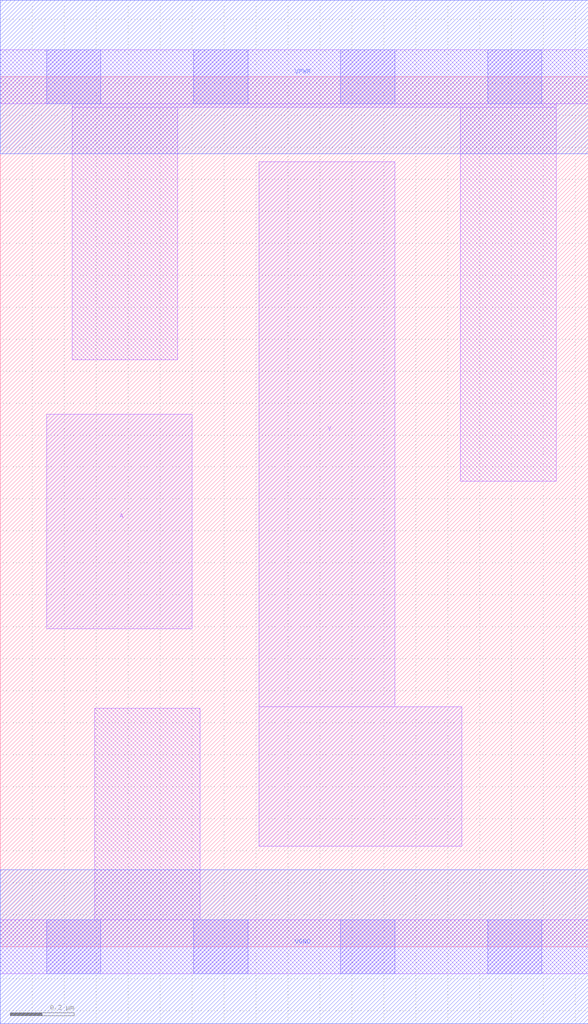
<source format=lef>
# Copyright 2020 The SkyWater PDK Authors
#
# Licensed under the Apache License, Version 2.0 (the "License");
# you may not use this file except in compliance with the License.
# You may obtain a copy of the License at
#
#     https://www.apache.org/licenses/LICENSE-2.0
#
# Unless required by applicable law or agreed to in writing, software
# distributed under the License is distributed on an "AS IS" BASIS,
# WITHOUT WARRANTIES OR CONDITIONS OF ANY KIND, either express or implied.
# See the License for the specific language governing permissions and
# limitations under the License.
#
# SPDX-License-Identifier: Apache-2.0

VERSION 5.7 ;
  NAMESCASESENSITIVE ON ;
  NOWIREEXTENSIONATPIN ON ;
  DIVIDERCHAR "/" ;
  BUSBITCHARS "[]" ;
UNITS
  DATABASE MICRONS 200 ;
END UNITS
MACRO sky130_fd_sc_hd__clkinvlp_2
  CLASS CORE ;
  FOREIGN sky130_fd_sc_hd__clkinvlp_2 ;
  ORIGIN  0.000000  0.000000 ;
  SIZE  1.840000 BY  2.720000 ;
  SYMMETRY X Y R90 ;
  SITE unithd ;
  PIN A
    ANTENNAGATEAREA  0.665000 ;
    DIRECTION INPUT ;
    USE SIGNAL ;
    PORT
      LAYER li1 ;
        RECT 0.145000 0.995000 0.600000 1.665000 ;
    END
  END A
  PIN Y
    ANTENNADIFFAREA  0.436750 ;
    DIRECTION OUTPUT ;
    USE SIGNAL ;
    PORT
      LAYER li1 ;
        RECT 0.810000 0.315000 1.445000 0.750000 ;
        RECT 0.810000 0.750000 1.235000 2.455000 ;
    END
  END Y
  PIN VGND
    DIRECTION INOUT ;
    SHAPE ABUTMENT ;
    USE GROUND ;
    PORT
      LAYER met1 ;
        RECT 0.000000 -0.240000 1.840000 0.240000 ;
    END
  END VGND
  PIN VPWR
    DIRECTION INOUT ;
    SHAPE ABUTMENT ;
    USE POWER ;
    PORT
      LAYER met1 ;
        RECT 0.000000 2.480000 1.840000 2.960000 ;
    END
  END VPWR
  OBS
    LAYER li1 ;
      RECT 0.000000 -0.085000 1.840000 0.085000 ;
      RECT 0.000000  2.635000 1.840000 2.805000 ;
      RECT 0.225000  1.835000 0.555000 2.625000 ;
      RECT 0.225000  2.625000 1.740000 2.635000 ;
      RECT 0.295000  0.085000 0.625000 0.745000 ;
      RECT 1.440000  1.455000 1.740000 2.625000 ;
    LAYER mcon ;
      RECT 0.145000 -0.085000 0.315000 0.085000 ;
      RECT 0.145000  2.635000 0.315000 2.805000 ;
      RECT 0.605000 -0.085000 0.775000 0.085000 ;
      RECT 0.605000  2.635000 0.775000 2.805000 ;
      RECT 1.065000 -0.085000 1.235000 0.085000 ;
      RECT 1.065000  2.635000 1.235000 2.805000 ;
      RECT 1.525000 -0.085000 1.695000 0.085000 ;
      RECT 1.525000  2.635000 1.695000 2.805000 ;
  END
END sky130_fd_sc_hd__clkinvlp_2
END LIBRARY

</source>
